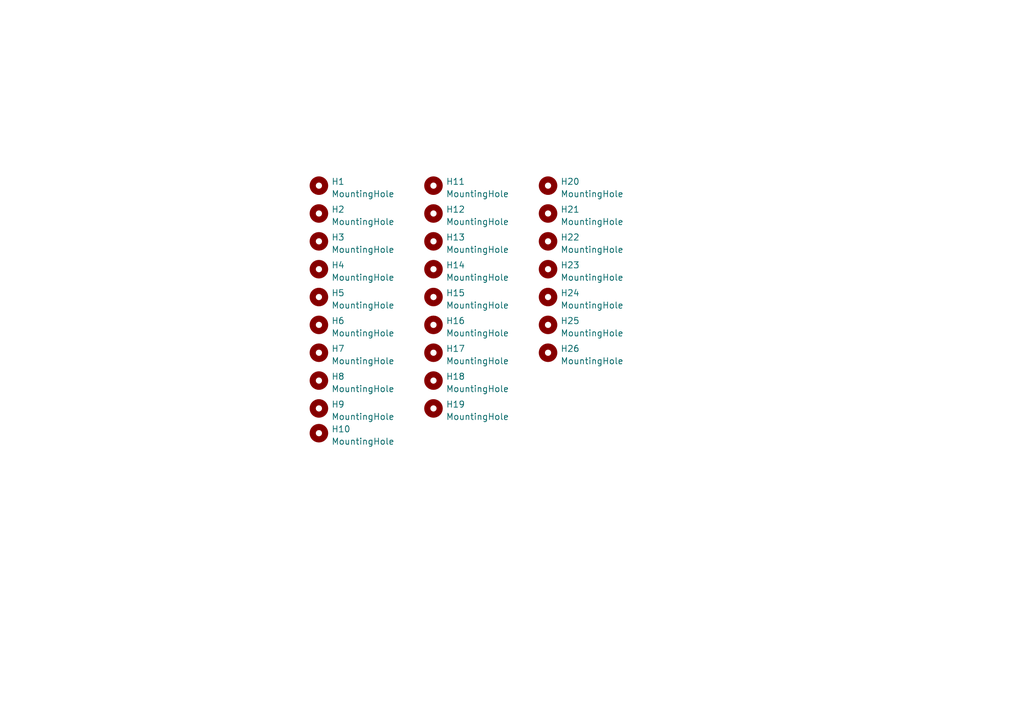
<source format=kicad_sch>
(kicad_sch (version 20230121) (generator eeschema)
  (paper "A5")
  (title_block (title "EC60 - Mounting Points") (date "2023-05-11") (rev "1.1") (company "Cipulot PCB Design ") (comment 2 "Cipulot"))
  (lib_symbols
    (symbol "Mechanical:MountingHole" (pin_names (offset 1.016))
      (property "Reference" "H" (at 0 5.08 0))
      (property "Value" "MountingHole" (at 0 3.175 0))
      (symbol "MountingHole_0_1"
        (circle (center 0 0) (radius 1.27) (stroke (width 1.27)))
      )
    )
  )
  (symbol (lib_id "Mechanical:MountingHole") (at 65.405 83.82 0) (unit 1)
    (property "Reference" "H9" (at 67.945 82.9853 0) (effects (justify left)))
    (property "Value" "MountingHole" (at 67.945 85.5222 0) (effects (justify left)))
    (property "Footprint" "cipulot_parts:HOLE_M2" (effects hide))
  )
  (symbol (lib_id "Mechanical:MountingHole") (at 65.405 66.675 0) (unit 1)
    (property "Reference" "H6" (at 67.945 65.8403 0) (effects (justify left)))
    (property "Value" "MountingHole" (at 67.945 68.3772 0) (effects (justify left)))
    (property "Footprint" "cipulot_parts:HOLE_M2" (effects hide))
  )
  (symbol (lib_id "Mechanical:MountingHole") (at 88.9 78.105 0) (unit 1)
    (property "Reference" "H18" (at 91.44 77.2703 0) (effects (justify left)))
    (property "Value" "MountingHole" (at 91.44 79.8072 0) (effects (justify left)))
    (property "Footprint" "cipulot_parts:HOLE_M2" (effects hide))
  )
  (symbol (lib_id "Mechanical:MountingHole") (at 112.395 72.39 0) (unit 1)
    (property "Reference" "H26" (at 114.935 71.5553 0) (effects (justify left)))
    (property "Value" "MountingHole" (at 114.935 74.0922 0) (effects (justify left)))
    (property "Footprint" "cipulot_parts:HOLE_M2" (effects hide))
  )
  (symbol (lib_id "Mechanical:MountingHole") (at 88.9 55.245 0) (unit 1)
    (property "Reference" "H14" (at 91.44 54.4103 0) (effects (justify left)))
    (property "Value" "MountingHole" (at 91.44 56.9472 0) (effects (justify left)))
    (property "Footprint" "cipulot_parts:HOLE_M2" (effects hide))
  )
  (symbol (lib_id "Mechanical:MountingHole") (at 88.9 43.815 0) (unit 1)
    (property "Reference" "H12" (at 91.44 42.9803 0) (effects (justify left)))
    (property "Value" "MountingHole" (at 91.44 45.5172 0) (effects (justify left)))
    (property "Footprint" "cipulot_parts:HOLE_M2" (effects hide))
  )
  (symbol (lib_id "Mechanical:MountingHole") (at 88.9 83.82 0) (unit 1)
    (property "Reference" "H19" (at 91.44 82.9853 0) (effects (justify left)))
    (property "Value" "MountingHole" (at 91.44 85.5222 0) (effects (justify left)))
    (property "Footprint" "cipulot_parts:HOLE_M2" (effects hide))
  )
  (symbol (lib_id "Mechanical:MountingHole") (at 112.395 55.245 0) (unit 1)
    (property "Reference" "H23" (at 114.935 54.4103 0) (effects (justify left)))
    (property "Value" "MountingHole" (at 114.935 56.9472 0) (effects (justify left)))
    (property "Footprint" "cipulot_parts:HOLE_M2" (effects hide))
  )
  (symbol (lib_id "Mechanical:MountingHole") (at 65.405 49.53 0) (unit 1)
    (property "Reference" "H3" (at 67.945 48.6953 0) (effects (justify left)))
    (property "Value" "MountingHole" (at 67.945 51.2322 0) (effects (justify left)))
    (property "Footprint" "cipulot_parts:HOLE_M2" (effects hide))
  )
  (symbol (lib_id "Mechanical:MountingHole") (at 88.9 66.675 0) (unit 1)
    (property "Reference" "H16" (at 91.44 65.8403 0) (effects (justify left)))
    (property "Value" "MountingHole" (at 91.44 68.3772 0) (effects (justify left)))
    (property "Footprint" "cipulot_parts:HOLE_M2" (effects hide))
  )
  (symbol (lib_id "Mechanical:MountingHole") (at 88.9 72.39 0) (unit 1)
    (property "Reference" "H17" (at 91.44 71.5553 0) (effects (justify left)))
    (property "Value" "MountingHole" (at 91.44 74.0922 0) (effects (justify left)))
    (property "Footprint" "cipulot_parts:HOLE_M2" (effects hide))
  )
  (symbol (lib_id "Mechanical:MountingHole") (at 65.405 60.96 0) (unit 1)
    (property "Reference" "H5" (at 67.945 60.1253 0) (effects (justify left)))
    (property "Value" "MountingHole" (at 67.945 62.6622 0) (effects (justify left)))
    (property "Footprint" "cipulot_parts:HOLE_M2" (effects hide))
  )
  (symbol (lib_id "Mechanical:MountingHole") (at 65.405 55.245 0) (unit 1)
    (property "Reference" "H4" (at 67.945 54.4103 0) (effects (justify left)))
    (property "Value" "MountingHole" (at 67.945 56.9472 0) (effects (justify left)))
    (property "Footprint" "cipulot_parts:HOLE_M2" (effects hide))
  )
  (symbol (lib_id "Mechanical:MountingHole") (at 112.395 43.815 0) (unit 1)
    (property "Reference" "H21" (at 114.935 42.9803 0) (effects (justify left)))
    (property "Value" "MountingHole" (at 114.935 45.5172 0) (effects (justify left)))
    (property "Footprint" "cipulot_parts:HOLE_M2" (effects hide))
  )
  (symbol (lib_id "Mechanical:MountingHole") (at 112.395 49.53 0) (unit 1)
    (property "Reference" "H22" (at 114.935 48.6953 0) (effects (justify left)))
    (property "Value" "MountingHole" (at 114.935 51.2322 0) (effects (justify left)))
    (property "Footprint" "cipulot_parts:HOLE_M2" (effects hide))
  )
  (symbol (lib_id "Mechanical:MountingHole") (at 88.9 38.1 0) (unit 1)
    (property "Reference" "H11" (at 91.44 37.2653 0) (effects (justify left)))
    (property "Value" "MountingHole" (at 91.44 39.8022 0) (effects (justify left)))
    (property "Footprint" "cipulot_parts:HOLE_M2" (effects hide))
  )
  (symbol (lib_id "Mechanical:MountingHole") (at 65.405 72.39 0) (unit 1)
    (property "Reference" "H7" (at 67.945 71.5553 0) (effects (justify left)))
    (property "Value" "MountingHole" (at 67.945 74.0922 0) (effects (justify left)))
    (property "Footprint" "cipulot_parts:HOLE_M2" (effects hide))
  )
  (symbol (lib_id "Mechanical:MountingHole") (at 88.9 60.96 0) (unit 1)
    (property "Reference" "H15" (at 91.44 60.1253 0) (effects (justify left)))
    (property "Value" "MountingHole" (at 91.44 62.6622 0) (effects (justify left)))
    (property "Footprint" "cipulot_parts:HOLE_M2" (effects hide))
  )
  (symbol (lib_id "Mechanical:MountingHole") (at 112.395 60.96 0) (unit 1)
    (property "Reference" "H24" (at 114.935 60.1253 0) (effects (justify left)))
    (property "Value" "MountingHole" (at 114.935 62.6622 0) (effects (justify left)))
    (property "Footprint" "cipulot_parts:HOLE_M2" (effects hide))
  )
  (symbol (lib_id "Mechanical:MountingHole") (at 65.405 43.815 0) (unit 1)
    (property "Reference" "H2" (at 67.945 42.9803 0) (effects (justify left)))
    (property "Value" "MountingHole" (at 67.945 45.5172 0) (effects (justify left)))
    (property "Footprint" "cipulot_parts:HOLE_M2" (effects hide))
  )
  (symbol (lib_id "Mechanical:MountingHole") (at 88.9 49.53 0) (unit 1)
    (property "Reference" "H13" (at 91.44 48.6953 0) (effects (justify left)))
    (property "Value" "MountingHole" (at 91.44 51.2322 0) (effects (justify left)))
    (property "Footprint" "cipulot_parts:HOLE_M2" (effects hide))
  )
  (symbol (lib_id "Mechanical:MountingHole") (at 65.405 38.1 0) (unit 1)
    (property "Reference" "H1" (at 67.945 37.2653 0) (effects (justify left)))
    (property "Value" "MountingHole" (at 67.945 39.8022 0) (effects (justify left)))
    (property "Footprint" "cipulot_parts:HOLE_M2" (effects hide))
  )
  (symbol (lib_id "Mechanical:MountingHole") (at 112.395 66.675 0) (unit 1)
    (property "Reference" "H25" (at 114.935 65.8403 0) (effects (justify left)))
    (property "Value" "MountingHole" (at 114.935 68.3772 0) (effects (justify left)))
    (property "Footprint" "cipulot_parts:HOLE_M2" (effects hide))
  )
  (symbol (lib_id "Mechanical:MountingHole") (at 65.405 88.9 0) (unit 1)
    (property "Reference" "H10" (at 67.945 88.0653 0) (effects (justify left)))
    (property "Value" "MountingHole" (at 67.945 90.6022 0) (effects (justify left)))
    (property "Footprint" "cipulot_parts:HOLE_M2" (effects hide))
  )
  (symbol (lib_id "Mechanical:MountingHole") (at 112.395 38.1 0) (unit 1)
    (property "Reference" "H20" (at 114.935 37.2653 0) (effects (justify left)))
    (property "Value" "MountingHole" (at 114.935 39.8022 0) (effects (justify left)))
    (property "Footprint" "cipulot_parts:HOLE_M2" (effects hide))
  )
  (symbol (lib_id "Mechanical:MountingHole") (at 65.405 78.105 0) (unit 1)
    (property "Reference" "H8" (at 67.945 77.2703 0) (effects (justify left)))
    (property "Value" "MountingHole" (at 67.945 79.8072 0) (effects (justify left)))
    (property "Footprint" "cipulot_parts:HOLE_M2" (effects hide))
  )
)
</source>
